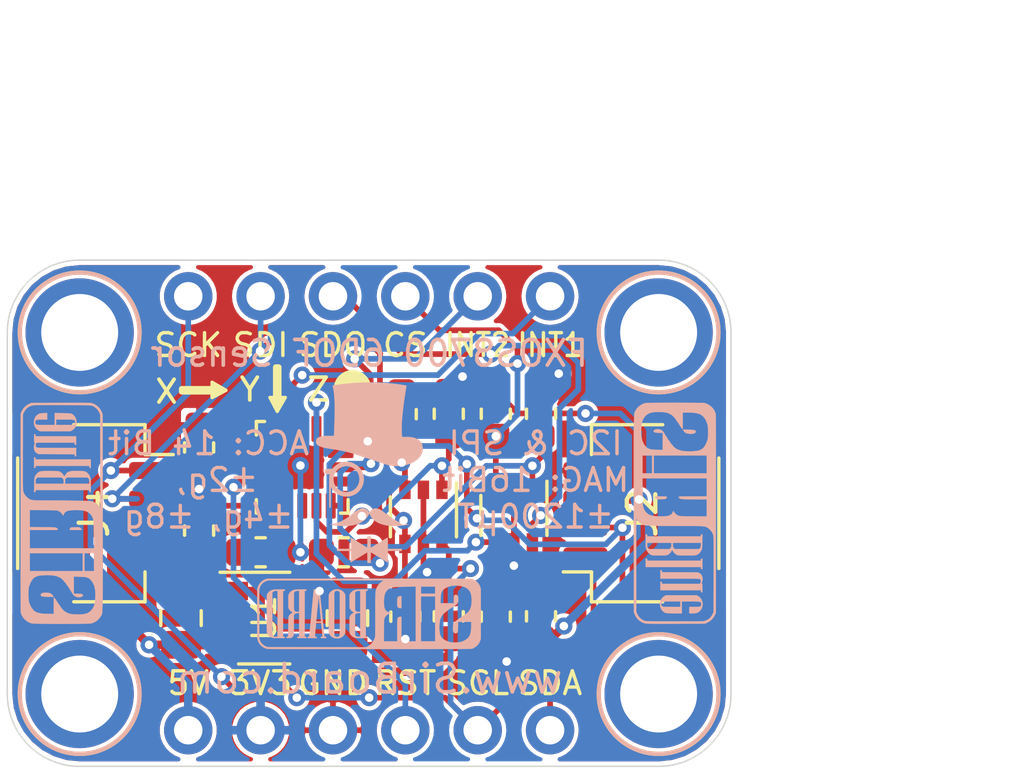
<source format=kicad_pcb>
(kicad_pcb (version 20171130) (host pcbnew "(5.1.2)-2")
  (title_block (title "FXOS8700 Breakout with 5V Level Shift") (date 2020-01-21) (rev 2) (company SirBoard) (comment 1 "1.563 Hz to 800 Hz Data Rates") (comment 2 "Accelerometer: ±2g, ±4g, ±8g; Magnetometer: ±1200μT") (comment 3 "Digital 14Bit Accelerometer and 16 Bit Magnetometer with I2C and SPI") (comment 4 "FXOS8700 - SirBlue"))
  (layers (0 F.Cu signal) (31 B.Cu signal) (34 B.Paste user hide) (35 F.Paste user hide) (36 B.SilkS user) (37 F.SilkS user) (38 B.Mask user hide) (39 F.Mask user hide) (44 Edge.Cuts user))
  (net 0 "")
  (net 1 GND)
  (net 2 5V)
  (net 3 3V3)
  (net 4 "Net-(U1-Pad4)")
  (net 5 INT1)
  (net 6 SCL_5V)
  (net 7 SDA_3V3)
  (net 8 SDA_5V)
  (net 9 SCL_3V3)
  (net 10 CS_5V)
  (net 11 CS_3V3)
  (net 12 SDO_5V)
  (net 13 SDO_3V3)
  (net 14 "Net-(C2-Pad1)")
  (net 15 "Net-(C5-Pad1)")
  (net 16 RST)
  (net 17 INT2)
  (net 18 "Net-(U2-Pad15)")
  (net 19 "Net-(U2-Pad3)")
  (module Package_TO_SOT_SMD:SOT-363_SC-70-6 (layer F.Cu) (at 67.183 36.0934 270)
    (fp_text reference Q2 hide)
    (fp_text value BSS138DW)
    (pad 6 smd rect (at 0.95 -0.65 270) (size 0.65 0.4) (layers F.Cu F.Paste F.Mask) (net 6 SCL_5V))
    (pad 4 smd rect (at 0.95 0.65 270) (size 0.65 0.4) (layers F.Cu F.Paste F.Mask) (net 7 SDA_3V3))
    (pad 2 smd rect (at -0.95 0 270) (size 0.65 0.4) (layers F.Cu F.Paste F.Mask) (net 3 3V3))
    (pad 5 smd rect (at 0.95 0 270) (size 0.65 0.4) (layers F.Cu F.Paste F.Mask) (net 3 3V3))
    (pad 3 smd rect (at -0.95 0.65 270) (size 0.65 0.4) (layers F.Cu F.Paste F.Mask) (net 8 SDA_5V))
    (pad 1 smd rect (at -0.95 -0.65 270) (size 0.65 0.4) (layers F.Cu F.Paste F.Mask) (net 9 SCL_3V3))
  )
  (module SirBoardLibrary:QFN-COL-16-P=0.5 (layer F.Cu) (at 62.9285 34.3535 90)
    (fp_text reference U2 hide)
    (fp_text value FXOS8700)
    (pad 16 smd roundrect (at -0.5 -1.35 90) (size 0.35 0.9) (layers F.Cu F.Paste F.Mask) (roundrect_rratio 0.15) (net 16 RST))
    (pad 15 smd roundrect (at 0 -1.35 90) (size 0.35 0.9) (layers F.Cu F.Paste F.Mask) (roundrect_rratio 0.15) (net 18 "Net-(U2-Pad15)"))
    (pad 14 smd roundrect (at 0.5 -1.35 90) (size 0.35 0.9) (layers F.Cu F.Paste F.Mask) (roundrect_rratio 0.15) (net 3 3V3))
    (pad 13 smd roundrect (at 1.35 -1) (size 0.35 0.9) (layers F.Cu F.Paste F.Mask) (roundrect_rratio 0.15) (net 1 GND))
    (pad 12 smd roundrect (at 1.35 -0.5) (size 0.35 0.9) (layers F.Cu F.Paste F.Mask) (roundrect_rratio 0.15) (net 1 GND))
    (pad 11 smd roundrect (at 1.35 0) (size 0.35 0.9) (layers F.Cu F.Paste F.Mask) (roundrect_rratio 0.15) (net 5 INT1))
    (pad 10 smd roundrect (at 1.35 0.5) (size 0.35 0.9) (layers F.Cu F.Paste F.Mask) (roundrect_rratio 0.15) (net 11 CS_3V3))
    (pad 9 smd roundrect (at 1.35 1) (size 0.35 0.9) (layers F.Cu F.Paste F.Mask) (roundrect_rratio 0.15) (net 17 INT2))
    (pad 8 smd roundrect (at 0.5 1.35 270) (size 0.35 0.9) (layers F.Cu F.Paste F.Mask) (roundrect_rratio 0.15) (net 15 "Net-(C5-Pad1)"))
    (pad 7 smd roundrect (at 0 1.35 270) (size 0.35 0.9) (layers F.Cu F.Paste F.Mask) (roundrect_rratio 0.15) (net 13 SDO_3V3))
    (pad 6 smd roundrect (at -0.5 1.35 270) (size 0.35 0.9) (layers F.Cu F.Paste F.Mask) (roundrect_rratio 0.15) (net 7 SDA_3V3))
    (pad 5 smd roundrect (at -1.35 1 180) (size 0.35 0.9) (layers F.Cu F.Paste F.Mask) (roundrect_rratio 0.15) (net 1 GND))
    (pad 4 smd roundrect (at -1.35 0.5 180) (size 0.35 0.9) (layers F.Cu F.Paste F.Mask) (roundrect_rratio 0.15) (net 9 SCL_3V3))
    (pad 3 smd roundrect (at -1.35 0 180) (size 0.35 0.9) (layers F.Cu F.Paste F.Mask) (roundrect_rratio 0.15) (net 19 "Net-(U2-Pad3)"))
    (pad 2 smd roundrect (at -1.35 -0.5 180) (size 0.35 0.9) (layers F.Cu F.Paste F.Mask) (roundrect_rratio 0.15) (net 14 "Net-(C2-Pad1)"))
    (pad 1 smd roundrect (at -1.35 -1 180) (size 0.35 0.9) (layers F.Cu F.Paste F.Mask) (roundrect_rratio 0.15) (net 3 3V3))
  )
  (module Capacitor_SMD:C_0603_1608Metric (layer F.Cu) (at 59.309 33.655 90)
    (fp_text reference C6 hide)
    (fp_text value 100nF)
    (pad 2 smd roundrect (at 0.7875 0 90) (size 0.875 0.95) (layers F.Cu F.Paste F.Mask) (net 1 GND))
    (pad 1 smd roundrect (at -0.7875 0 90) (size 0.875 0.95) (layers F.Cu F.Paste F.Mask) (net 3 3V3))
  )
  (module Capacitor_SMD:C_0603_1608Metric (layer F.Cu) (at 64.389 37.338 180)
    (fp_text reference C5 hide)
    (fp_text value 100nF)
    (pad 2 smd roundrect (at 0.7875 0 180) (size 0.875 0.95) (layers F.Cu F.Paste F.Mask) (net 1 GND))
    (pad 1 smd roundrect (at -0.7875 0 180) (size 0.875 0.95) (layers F.Cu F.Paste F.Mask) (net 15 "Net-(C5-Pad1)"))
  )
  (module Capacitor_SMD:C_0603_1608Metric (layer F.Cu) (at 59.309 36.576 270)
    (fp_text reference C3 hide)
    (fp_text value 100nF)
    (pad 2 smd roundrect (at 0.7875 0 270) (size 0.875 0.95) (layers F.Cu F.Paste F.Mask) (net 1 GND))
    (pad 1 smd roundrect (at -0.7875 0 270) (size 0.875 0.95) (layers F.Cu F.Paste F.Mask) (net 3 3V3))
  )
  (module Capacitor_SMD:C_0603_1608Metric (layer F.Cu) (at 61.468 37.338)
    (fp_text reference C2 hide)
    (fp_text value 100nF)
    (pad 2 smd roundrect (at 0.7875 0) (size 0.875 0.95) (layers F.Cu F.Paste F.Mask) (net 1 GND))
    (pad 1 smd roundrect (at -0.7875 0) (size 0.875 0.95) (layers F.Cu F.Paste F.Mask) (net 14 "Net-(C2-Pad1)"))
  )
  (module logo:SirBoard79x25 (layer B.Cu) (at 65.278 39.497 180)
    (fp_text reference G*** hide)
    (fp_text value LOGO hide)
  )
  (module logo:logo63x89 (layer B.Cu) (at 65.278 34.544 180)
    (fp_text reference G*** hide)
    (fp_text value LOGO hide)
  )
  (module logo:SirBlue78x29 (layer B.Cu) (at 76.0095 35.9664 270)
    (fp_text reference G*** hide)
    (fp_text value LOGO hide)
  )
  (module logo:SirBlue78x29 (layer B.Cu) (at 54.483 35.9664 90)
    (fp_text reference G*** hide)
    (fp_text value LOGO hide)
  )
  (module Connector_PinHeader_2.54mm:PinHeader_1x06_P2.54mm_Vertical (layer B.Cu) (at 58.928 28.3464 270)
    (fp_text reference J3 hide)
    (fp_text value Conn_01x06)
    (pad 6 thru_hole oval (at 0 -12.7 270) (size 1.7 1.7) (drill 1) (layers *.Cu *.Mask) (net 5 INT1))
    (pad 5 thru_hole oval (at 0 -10.16 270) (size 1.7 1.7) (drill 1) (layers *.Cu *.Mask) (net 17 INT2))
    (pad 4 thru_hole oval (at 0 -7.62 270) (size 1.7 1.7) (drill 1) (layers *.Cu *.Mask) (net 10 CS_5V))
    (pad 3 thru_hole oval (at 0 -5.08 270) (size 1.7 1.7) (drill 1) (layers *.Cu *.Mask) (net 12 SDO_5V))
    (pad 2 thru_hole oval (at 0 -2.54 270) (size 1.7 1.7) (drill 1) (layers *.Cu *.Mask) (net 8 SDA_5V))
    (pad 1 thru_hole circle (at 0 0 270) (size 1.7 1.7) (drill 1) (layers *.Cu *.Mask) (net 6 SCL_5V))
  )
  (module Connector_PinHeader_2.54mm:PinHeader_1x06_P2.54mm_Vertical (layer B.Cu) (at 58.928 43.5864 270)
    (fp_text reference J1 hide)
    (fp_text value Conn_01x06)
    (pad 6 thru_hole oval (at 0 -12.7 270) (size 1.7 1.7) (drill 1) (layers *.Cu *.Mask) (net 8 SDA_5V))
    (pad 5 thru_hole oval (at 0 -10.16 270) (size 1.7 1.7) (drill 1) (layers *.Cu *.Mask) (net 6 SCL_5V))
    (pad 4 thru_hole oval (at 0 -7.62 270) (size 1.7 1.7) (drill 1) (layers *.Cu *.Mask) (net 16 RST))
    (pad 3 thru_hole oval (at 0 -5.08 270) (size 1.7 1.7) (drill 1) (layers *.Cu *.Mask) (net 1 GND))
    (pad 2 thru_hole oval (at 0 -2.54 270) (size 1.7 1.7) (drill 1) (layers *.Cu *.Mask) (net 3 3V3))
    (pad 1 thru_hole circle (at 0 0 270) (size 1.7 1.7) (drill 1) (layers *.Cu *.Mask) (net 2 5V))
  )
  (module Package_TO_SOT_SMD:SOT-23-5 (layer F.Cu) (at 61.595 39.6494)
    (fp_text reference U1 (at 0 0 90) (layer F.SilkS) (effects (font (size 0.8 0.8) (thickness 0.12))))
    (fp_text value AP2127K-3.3)
    (pad 1 smd rect (at -1.1 -0.95) (size 1.06 0.65) (layers F.Cu F.Paste F.Mask) (net 2 5V))
    (pad 2 smd rect (at -1.1 0) (size 1.06 0.65) (layers F.Cu F.Paste F.Mask) (net 1 GND))
    (pad 3 smd rect (at -1.1 0.95) (size 1.06 0.65) (layers F.Cu F.Paste F.Mask) (net 2 5V))
    (pad 4 smd rect (at 1.1 0.95) (size 1.06 0.65) (layers F.Cu F.Paste F.Mask) (net 4 "Net-(U1-Pad4)"))
    (pad 5 smd rect (at 1.1 -0.95) (size 1.06 0.65) (layers F.Cu F.Paste F.Mask) (net 3 3V3))
  )
  (module Connector_JST:JST_SH_SM04B-SRSS-TB_1x04-1MP_P1.00mm_Horizontal (layer F.Cu) (at 55.626 35.9664 270)
    (fp_text reference J4 (at 0 0 270) (layer F.SilkS))
    (fp_text value Conn_01x04)
    (pad MP smd roundrect (at 2.8 1.875 270) (size 1.2 1.8) (layers F.Cu F.Paste F.Mask) (roundrect_rratio 0.208333))
    (pad MP smd roundrect (at -2.8 1.875 270) (size 1.2 1.8) (layers F.Cu F.Paste F.Mask) (roundrect_rratio 0.208333))
    (pad 4 smd roundrect (at 1.5 -2 270) (size 0.6 1.55) (layers F.Cu F.Paste F.Mask) (net 1 GND))
    (pad 3 smd roundrect (at 0.5 -2 270) (size 0.6 1.55) (layers F.Cu F.Paste F.Mask) (net 2 5V))
    (pad 2 smd roundrect (at -0.5 -2 270) (size 0.6 1.55) (layers F.Cu F.Paste F.Mask) (net 8 SDA_5V))
    (pad 1 smd roundrect (at -1.5 -2 270) (size 0.6 1.55) (layers F.Cu F.Paste F.Mask) (net 6 SCL_5V))
  )
  (module Connector_JST:JST_SH_SM04B-SRSS-TB_1x04-1MP_P1.00mm_Horizontal (layer F.Cu) (at 74.8665 35.9664 90)
    (fp_text reference J2 (at 0 0 90) (layer F.SilkS))
    (fp_text value Conn_01x04)
    (pad MP smd roundrect (at 2.8 1.875 90) (size 1.2 1.8) (layers F.Cu F.Paste F.Mask) (roundrect_rratio 0.208333))
    (pad MP smd roundrect (at -2.8 1.875 90) (size 1.2 1.8) (layers F.Cu F.Paste F.Mask) (roundrect_rratio 0.208333))
    (pad 4 smd roundrect (at 1.5 -2 90) (size 0.6 1.55) (layers F.Cu F.Paste F.Mask) (net 1 GND))
    (pad 3 smd roundrect (at 0.5 -2 90) (size 0.6 1.55) (layers F.Cu F.Paste F.Mask) (net 2 5V))
    (pad 2 smd roundrect (at -0.5 -2 90) (size 0.6 1.55) (layers F.Cu F.Paste F.Mask) (net 8 SDA_5V))
    (pad 1 smd roundrect (at -1.5 -2 90) (size 0.6 1.55) (layers F.Cu F.Paste F.Mask) (net 6 SCL_5V))
  )
  (module Capacitor_SMD:C_0805_2012Metric (layer F.Cu) (at 64.516 39.6494 270)
    (fp_text reference C4 hide)
    (fp_text value 10uF)
    (pad 1 smd roundrect (at -0.9375 0 270) (size 0.975 1.4) (layers F.Cu F.Paste F.Mask) (net 3 3V3))
    (pad 2 smd roundrect (at 0.9375 0 270) (size 0.975 1.4) (layers F.Cu F.Paste F.Mask) (net 1 GND))
  )
  (module Capacitor_SMD:C_0805_2012Metric (layer F.Cu) (at 58.674 39.6494 90)
    (fp_text reference C1 hide)
    (fp_text value 10uF)
    (pad 1 smd roundrect (at -0.9375 0 90) (size 0.975 1.4) (layers F.Cu F.Paste F.Mask) (net 2 5V))
    (pad 2 smd roundrect (at 0.9375 0 90) (size 0.975 1.4) (layers F.Cu F.Paste F.Mask) (net 1 GND))
  )
  (module SirBoardLibrary:MountingHole_M2.5_SirBoard (layer F.Cu) (at 55.118 42.3164 270)
    (fp_text reference H1 hide)
    (fp_text value MountingHole)
    (pad 1 thru_hole circle (at 0 0 270) (size 3.8 3.8) (drill 2.7) (layers *.Cu *.Mask))
  )
  (module SirBoardLibrary:MountingHole_M2.5_SirBoard (layer F.Cu) (at 55.118 29.6164 270)
    (fp_text reference H2 hide)
    (fp_text value MountingHole)
    (pad 1 thru_hole circle (at 0 0 270) (size 3.8 3.8) (drill 2.7) (layers *.Cu *.Mask))
  )
  (module SirBoardLibrary:MountingHole_M2.5_SirBoard (layer F.Cu) (at 75.438 42.3164 90)
    (fp_text reference H3 hide)
    (fp_text value MountingHole)
    (pad 1 thru_hole circle (at 0 0 90) (size 3.8 3.8) (drill 2.7) (layers *.Cu *.Mask))
  )
  (module SirBoardLibrary:MountingHole_M2.5_SirBoard (layer F.Cu) (at 75.438 29.6164 90)
    (fp_text reference H4 hide)
    (fp_text value MountingHole)
    (pad 1 thru_hole circle (at 0 0 90) (size 3.8 3.8) (drill 2.7) (layers *.Cu *.Mask))
  )
  (module Resistor_SMD:R_0603_1608Metric (layer F.Cu) (at 66.421 32.4866 270)
    (fp_text reference R8 hide)
    (fp_text value 10K)
    (pad 2 smd roundrect (at 0.7875 0 270) (size 0.875 0.95) (layers F.Cu F.Paste F.Mask) (net 8 SDA_5V))
    (pad 1 smd roundrect (at -0.7875 0 270) (size 0.875 0.95) (layers F.Cu F.Paste F.Mask) (net 2 5V))
  )
  (module Resistor_SMD:R_0603_1608Metric (layer F.Cu) (at 66.548 39.5986 270)
    (fp_text reference R7 hide)
    (fp_text value 10K)
    (pad 2 smd roundrect (at 0.7875 0 270) (size 0.875 0.95) (layers F.Cu F.Paste F.Mask) (net 3 3V3))
    (pad 1 smd roundrect (at -0.7875 0 270) (size 0.875 0.95) (layers F.Cu F.Paste F.Mask) (net 7 SDA_3V3))
  )
  (module Resistor_SMD:R_0603_1608Metric (layer F.Cu) (at 68.072 39.5859 90)
    (fp_text reference R6 hide)
    (fp_text value 10K)
    (pad 2 smd roundrect (at 0.7875 0 90) (size 0.875 0.95) (layers F.Cu F.Paste F.Mask) (net 6 SCL_5V))
    (pad 1 smd roundrect (at -0.7875 0 90) (size 0.875 0.95) (layers F.Cu F.Paste F.Mask) (net 2 5V))
  )
  (module Resistor_SMD:R_0603_1608Metric (layer F.Cu) (at 68.072 32.4739 90)
    (fp_text reference R5 hide)
    (fp_text value 10K)
    (pad 2 smd roundrect (at 0.7875 0 90) (size 0.875 0.95) (layers F.Cu F.Paste F.Mask) (net 3 3V3))
    (pad 1 smd roundrect (at -0.7875 0 90) (size 0.875 0.95) (layers F.Cu F.Paste F.Mask) (net 9 SCL_3V3))
  )
  (module Resistor_SMD:R_0603_1608Metric (layer F.Cu) (at 69.723 32.4739 270)
    (fp_text reference R4 hide)
    (fp_text value 10K)
    (pad 2 smd roundrect (at 0.7875 0 270) (size 0.875 0.95) (layers F.Cu F.Paste F.Mask) (net 10 CS_5V))
    (pad 1 smd roundrect (at -0.7875 0 270) (size 0.875 0.95) (layers F.Cu F.Paste F.Mask) (net 2 5V))
  )
  (module Resistor_SMD:R_0603_1608Metric (layer F.Cu) (at 69.723 39.5986 270)
    (fp_text reference R3 hide)
    (fp_text value 10K)
    (pad 2 smd roundrect (at 0.7875 0 270) (size 0.875 0.95) (layers F.Cu F.Paste F.Mask) (net 3 3V3))
    (pad 1 smd roundrect (at -0.7875 0 270) (size 0.875 0.95) (layers F.Cu F.Paste F.Mask) (net 11 CS_3V3))
  )
  (module Resistor_SMD:R_0603_1608Metric (layer F.Cu) (at 71.3105 39.5859 90)
    (fp_text reference R2 hide)
    (fp_text value 10K)
    (pad 2 smd roundrect (at 0.7875 0 90) (size 0.875 0.95) (layers F.Cu F.Paste F.Mask) (net 12 SDO_5V))
    (pad 1 smd roundrect (at -0.7875 0 90) (size 0.875 0.95) (layers F.Cu F.Paste F.Mask) (net 2 5V))
  )
  (module Resistor_SMD:R_0603_1608Metric (layer F.Cu) (at 71.3105 32.4739 90)
    (fp_text reference R1 hide)
    (fp_text value 10K)
    (pad 2 smd roundrect (at 0.7875 0 90) (size 0.875 0.95) (layers F.Cu F.Paste F.Mask) (net 3 3V3))
    (pad 1 smd roundrect (at -0.7875 0 90) (size 0.875 0.95) (layers F.Cu F.Paste F.Mask) (net 13 SDO_3V3))
  )
  (module Package_TO_SOT_SMD:SOT-363_SC-70-6 (layer F.Cu) (at 70.358 36.0426 270)
    (fp_text reference Q1 hide)
    (fp_text value BSS138DW)
    (pad 6 smd rect (at 0.95 -0.65 270) (size 0.65 0.4) (layers F.Cu F.Paste F.Mask) (net 12 SDO_5V))
    (pad 4 smd rect (at 0.95 0.65 270) (size 0.65 0.4) (layers F.Cu F.Paste F.Mask) (net 11 CS_3V3))
    (pad 2 smd rect (at -0.95 0 270) (size 0.65 0.4) (layers F.Cu F.Paste F.Mask) (net 3 3V3))
    (pad 5 smd rect (at 0.95 0 270) (size 0.65 0.4) (layers F.Cu F.Paste F.Mask) (net 3 3V3))
    (pad 3 smd rect (at -0.95 0.65 270) (size 0.65 0.4) (layers F.Cu F.Paste F.Mask) (net 10 CS_5V))
    (pad 1 smd rect (at -0.95 -0.65 270) (size 0.65 0.4) (layers F.Cu F.Paste F.Mask) (net 13 SDO_3V3))
  )
  (gr_line (start 62.0522 32.385) (end 61.7982 31.9024) (layer F.SilkS) (width 0.12))
  (gr_line (start 62.0522 30.8356) (end 62.0522 32.2072) (layer F.SilkS) (width 0.2))
  (gr_line (start 62.3316 31.9024) (end 61.7982 31.9024) (layer F.SilkS) (width 0.12))
  (gr_line (start 62.0522 32.385) (end 62.3316 31.9024) (layer F.SilkS) (width 0.12))
  (gr_line (start 62.0014 30.8356) (end 62.0014 32.2072) (layer F.SilkS) (width 0.2))
  (gr_line (start 62.103 30.8356) (end 62.103 32.2072) (layer F.SilkS) (width 0.2))
  (gr_line (start 62.2554 31.9786) (end 61.8744 31.9786) (layer F.SilkS) (width 0.12))
  (gr_line (start 60.2488 31.6484) (end 59.7662 31.9024) (layer F.SilkS) (width 0.12))
  (gr_line (start 58.6994 31.6484) (end 60.071 31.6484) (layer F.SilkS) (width 0.2))
  (gr_line (start 59.7662 31.369) (end 59.7662 31.9024) (layer F.SilkS) (width 0.12))
  (gr_line (start 60.2488 31.6484) (end 59.7662 31.369) (layer F.SilkS) (width 0.12))
  (gr_line (start 58.6994 31.6992) (end 60.071 31.6992) (layer F.SilkS) (width 0.2))
  (gr_line (start 58.6994 31.5976) (end 60.071 31.5976) (layer F.SilkS) (width 0.2))
  (gr_line (start 59.8424 31.4452) (end 59.8424 31.8262) (layer F.SilkS) (width 0.12))
  (gr_text Y (at 61.087 31.623) (layer F.SilkS) (effects (font (size 0.8 0.8) (thickness 0.13))))
  (gr_text Z (at 63.5 31.623) (layer F.SilkS) (effects (font (size 0.8 0.8) (thickness 0.13))))
  (gr_text X (at 58.166 31.623 180) (layer F.SilkS) (effects (font (size 0.8 0.8) (thickness 0.13))))
  (gr_circle (center 64.6938 31.5976) (end 64.5938 31.5976) (layer F.SilkS) (width 0.4))
  (gr_circle (center 64.6938 31.5976) (end 64.135 31.5976) (layer F.SilkS) (width 0.2))
  (gr_text "I2C & SPI\nMAG: 16Bit\n±1200μT" (at 71.12 34.798) (layer B.SilkS) (effects (font (size 0.8 0.8) (thickness 0.12)) (justify mirror)))
  (gr_text INT1 (at 71.628 30.0609) (layer F.SilkS) (effects (font (size 0.8 0.7) (thickness 0.12))))
  (gr_text INT2 (at 69.088 30.0609) (layer F.SilkS) (effects (font (size 0.8 0.7) (thickness 0.12))))
  (gr_text SCK (at 58.928 30.0609) (layer F.SilkS) (effects (font (size 0.8 0.8) (thickness 0.12))))
  (gr_text SDI (at 61.468 30.0609) (layer F.SilkS) (effects (font (size 0.8 0.8) (thickness 0.12))))
  (gr_text SDO (at 64.008 30.0609) (layer F.SilkS) (effects (font (size 0.8 0.8) (thickness 0.12))))
  (gr_text CS (at 66.548 30.0609) (layer F.SilkS) (effects (font (size 0.8 0.8) (thickness 0.12))))
  (gr_text 5V (at 58.928 41.9354) (layer F.SilkS) (effects (font (size 0.8 0.8) (thickness 0.12))))
  (gr_text 3V3 (at 61.468 41.9354) (layer F.SilkS) (effects (font (size 0.8 0.8) (thickness 0.12))))
  (gr_text GND (at 64.008 41.9354) (layer F.SilkS) (effects (font (size 0.8 0.8) (thickness 0.12))))
  (gr_text RST (at 66.548 41.9354) (layer F.SilkS) (effects (font (size 0.8 0.8) (thickness 0.12))))
  (gr_text SCL (at 69.088 41.9354) (layer F.SilkS) (effects (font (size 0.8 0.8) (thickness 0.12))))
  (gr_text SDA (at 71.628 41.9354) (layer F.SilkS) (effects (font (size 0.8 0.8) (thickness 0.12))))
  (gr_arc (start 55.118 29.6164) (end 55.118 27.0764) (angle -90) (layer Edge.Cuts) (width 0.05))
  (gr_arc (start 75.438 29.6164) (end 77.978 29.6164) (angle -90) (layer Edge.Cuts) (width 0.05))
  (gr_arc (start 75.438 42.3164) (end 75.438 44.8564) (angle -90) (layer Edge.Cuts) (width 0.05))
  (gr_arc (start 55.118 42.3164) (end 52.578 42.3164) (angle -90) (layer Edge.Cuts) (width 0.05))
  (gr_line (start 52.578 42.3164) (end 52.578 29.6164) (layer Edge.Cuts) (width 0.05))
  (gr_line (start 55.118 27.0764) (end 75.438 27.0764) (layer Edge.Cuts) (width 0.05))
  (gr_line (start 77.978 29.6164) (end 77.978 42.3164) (layer Edge.Cuts) (width 0.05))
  (gr_line (start 75.438 44.8564) (end 55.118 44.8564) (layer Edge.Cuts) (width 0.05))
  (gr_text "FXOS8700 6DOF Sensor" (at 65.278 30.353) (layer B.SilkS) (effects (font (size 0.9 0.85) (thickness 0.13)) (justify mirror)))
  (gr_text "ACC: 14 Bit\n±2g, \n±4g, ±8g\n" (at 59.6392 34.798) (layer B.SilkS) (effects (font (size 0.8 0.8) (thickness 0.12)) (justify mirror)))
  (gr_text www.SirBoard.com (at 65.278 41.783) (layer B.SilkS) (effects (font (size 1 1) (thickness 0.13)) (justify mirror)))
  (segment (start 58.674 38.7119) (end 58.674 38.481) (width 0.2) (layer F.Cu) (net 1))
  (segment (start 62.4285 33.0035) (end 61.9285 33.0035) (width 0.2) (layer F.Cu) (net 1))
  (segment (start 59.309 37.846) (end 59.309 37.3635) (width 0.2) (layer F.Cu) (net 1))
  (segment (start 58.674 38.481) (end 59.309 37.846) (width 0.2) (layer F.Cu) (net 1))
  (via (at 62.865 34.29) (size 0.6) (drill 0.3) (layers F.Cu B.Cu) (net 1))
  (segment (start 62.4285 33.0035) (end 62.4285 33.8535) (width 0.2) (layer F.Cu) (net 1))
  (segment (start 62.4285 33.8535) (end 62.865 34.29) (width 0.2) (layer F.Cu) (net 1))
  (via (at 62.865 37.338) (size 0.6) (drill 0.3) (layers F.Cu B.Cu) (net 1))
  (segment (start 62.865 34.29) (end 62.865 37.338) (width 0.2) (layer B.Cu) (net 1))
  (segment (start 62.865 37.338) (end 63.6015 37.338) (width 0.2) (layer F.Cu) (net 1))
  (segment (start 62.865 37.338) (end 62.2555 37.338) (width 0.2) (layer F.Cu) (net 1))
  (segment (start 58.6865 40.5994) (end 58.674 40.5869) (width 0.3) (layer F.Cu) (net 2))
  (segment (start 60.495 40.5994) (end 58.6865 40.5994) (width 0.3) (layer F.Cu) (net 2))
  (segment (start 61.2165 40.5994) (end 60.495 40.5994) (width 0.3) (layer F.Cu) (net 2))
  (segment (start 61.468 40.3479) (end 61.2165 40.5994) (width 0.3) (layer F.Cu) (net 2))
  (segment (start 60.495 38.6994) (end 61.2165 38.6994) (width 0.3) (layer F.Cu) (net 2))
  (segment (start 61.2165 38.6994) (end 61.468 38.9509) (width 0.3) (layer F.Cu) (net 2))
  (segment (start 70.848888 39.911788) (end 71.3105 40.3734) (width 0.2) (layer F.Cu) (net 2))
  (segment (start 70.523 39.5859) (end 70.848888 39.911788) (width 0.2) (layer F.Cu) (net 2))
  (segment (start 68.072 40.3734) (end 68.8595 39.5859) (width 0.2) (layer F.Cu) (net 2))
  (segment (start 68.8595 39.5859) (end 70.523 39.5859) (width 0.2) (layer F.Cu) (net 2))
  (segment (start 69.261388 32.148012) (end 69.723 31.6864) (width 0.2) (layer F.Cu) (net 2))
  (segment (start 68.9355 32.4739) (end 69.261388 32.148012) (width 0.2) (layer F.Cu) (net 2))
  (segment (start 66.421 31.6991) (end 67.1958 32.4739) (width 0.2) (layer F.Cu) (net 2))
  (segment (start 67.1958 32.4739) (end 68.9355 32.4739) (width 0.2) (layer F.Cu) (net 2))
  (via (at 72.1106 39.9288) (size 0.6) (drill 0.3) (layers F.Cu B.Cu) (net 2))
  (segment (start 71.3105 40.3734) (end 71.666 40.3734) (width 0.3) (layer F.Cu) (net 2))
  (segment (start 71.666 40.3734) (end 72.1106 39.9288) (width 0.3) (layer F.Cu) (net 2))
  (segment (start 72.1106 39.9288) (end 75.1078 36.9316) (width 0.3) (layer B.Cu) (net 2))
  (via (at 74.7522 35.4838) (size 0.6) (drill 0.3) (layers F.Cu B.Cu) (net 2))
  (segment (start 75.1078 36.9316) (end 75.1078 35.8394) (width 0.3) (layer B.Cu) (net 2))
  (segment (start 75.1078 35.8394) (end 74.7522 35.4838) (width 0.3) (layer B.Cu) (net 2))
  (segment (start 72.8839 35.4838) (end 72.8665 35.4664) (width 0.3) (layer F.Cu) (net 2))
  (segment (start 74.7522 35.4838) (end 72.8839 35.4838) (width 0.3) (layer F.Cu) (net 2))
  (segment (start 70.4978 32.4612) (end 72.8726 32.4612) (width 0.2) (layer F.Cu) (net 2))
  (segment (start 69.723 31.6864) (end 70.4978 32.4612) (width 0.2) (layer F.Cu) (net 2))
  (via (at 72.8726 32.4612) (size 0.6) (drill 0.3) (layers F.Cu B.Cu) (net 2))
  (segment (start 74.7522 33.1216) (end 74.7522 35.4838) (width 0.2) (layer B.Cu) (net 2))
  (segment (start 72.8726 32.4612) (end 74.0918 32.4612) (width 0.2) (layer B.Cu) (net 2))
  (segment (start 74.0918 32.4612) (end 74.7522 33.1216) (width 0.2) (layer B.Cu) (net 2))
  (segment (start 57.5541 40.5869) (end 58.674 40.5869) (width 0.3) (layer F.Cu) (net 2))
  (segment (start 55.7784 38.8112) (end 57.5541 40.5869) (width 0.3) (layer F.Cu) (net 2))
  (segment (start 55.7784 37.0586) (end 55.7784 38.8112) (width 0.3) (layer F.Cu) (net 2))
  (segment (start 57.626 36.4664) (end 56.3706 36.4664) (width 0.3) (layer F.Cu) (net 2))
  (segment (start 56.3706 36.4664) (end 55.7784 37.0586) (width 0.3) (layer F.Cu) (net 2))
  (segment (start 61.468 38.9509) (end 61.468 39.624) (width 0.3) (layer F.Cu) (net 2))
  (segment (start 61.468 39.624) (end 61.468 40.3479) (width 0.3) (layer F.Cu) (net 2))
  (segment (start 57.5541 40.5869) (end 57.5541 40.5869) (width 0.3) (layer F.Cu) (net 2))
  (via (at 57.5541 40.5869) (size 0.6) (drill 0.3) (layers F.Cu B.Cu) (net 2))
  (segment (start 58.928 41.9608) (end 58.928 43.5864) (width 0.3) (layer B.Cu) (net 2))
  (segment (start 57.5541 40.5869) (end 58.928 41.9608) (width 0.3) (layer B.Cu) (net 2))
  (segment (start 61.2165 41.087) (end 61.6585 41.529) (width 0.3) (layer F.Cu) (net 2))
  (segment (start 68.072 40.9109) (end 68.072 40.3734) (width 0.3) (layer F.Cu) (net 2))
  (segment (start 61.2165 40.5994) (end 61.2165 41.087) (width 0.3) (layer F.Cu) (net 2))
  (segment (start 61.6585 41.529) (end 67.4539 41.529) (width 0.3) (layer F.Cu) (net 2))
  (segment (start 67.4539 41.529) (end 68.072 40.9109) (width 0.3) (layer F.Cu) (net 2))
  (segment (start 64.5035 38.6994) (end 64.516 38.7119) (width 0.3) (layer F.Cu) (net 3))
  (segment (start 62.695 38.6994) (end 63.5356 38.6994) (width 0.3) (layer F.Cu) (net 3))
  (segment (start 63.561 38.6994) (end 64.5035 38.6994) (width 0.3) (layer F.Cu) (net 3))
  (segment (start 66.1902 40.3861) (end 66.548 40.3861) (width 0.2) (layer F.Cu) (net 3))
  (segment (start 67.183 37.0434) (end 67.183 35.1434) (width 0.2) (layer F.Cu) (net 3))
  (segment (start 70.358 35.0926) (end 70.358 36.9926) (width 0.2) (layer F.Cu) (net 3))
  (via (at 67.31 38.0365) (size 0.6) (drill 0.3) (layers F.Cu B.Cu) (net 3))
  (via (at 70.358 37.8079) (size 0.6) (drill 0.3) (layers F.Cu B.Cu) (net 3))
  (segment (start 70.358 36.9926) (end 70.358 37.8079) (width 0.2) (layer F.Cu) (net 3))
  (via (at 70.104 41.1734) (size 0.6) (drill 0.3) (layers F.Cu B.Cu) (net 3))
  (segment (start 69.723 40.3861) (end 69.723 40.7924) (width 0.2) (layer F.Cu) (net 3))
  (segment (start 69.723 40.7924) (end 70.104 41.1734) (width 0.2) (layer F.Cu) (net 3))
  (via (at 71.9328 31.0642) (size 0.6) (drill 0.3) (layers F.Cu B.Cu) (net 3))
  (segment (start 71.3105 31.6864) (end 71.3106 31.6864) (width 0.3) (layer F.Cu) (net 3))
  (segment (start 71.3106 31.6864) (end 71.9328 31.0642) (width 0.3) (layer F.Cu) (net 3))
  (via (at 68.5546 31.1658) (size 0.6) (drill 0.3) (layers F.Cu B.Cu) (net 3))
  (segment (start 68.072 31.6864) (end 68.072 31.6484) (width 0.3) (layer F.Cu) (net 3))
  (segment (start 68.072 31.6484) (end 68.5546 31.1658) (width 0.3) (layer F.Cu) (net 3))
  (via (at 68.5546 31.1658) (size 0.6) (drill 0.3) (layers F.Cu B.Cu) (net 3))
  (segment (start 63.5356 38.6994) (end 63.561 38.6994) (width 0.3) (layer F.Cu) (net 3))
  (via (at 63.5356 38.6994) (size 0.6) (drill 0.3) (layers F.Cu B.Cu) (net 3))
  (segment (start 59.309 34.4425) (end 60.1725 34.4425) (width 0.2) (layer F.Cu) (net 3))
  (segment (start 60.7615 33.8535) (end 61.5785 33.8535) (width 0.2) (layer F.Cu) (net 3))
  (segment (start 60.1725 34.4425) (end 60.7615 33.8535) (width 0.2) (layer F.Cu) (net 3))
  (segment (start 59.309 34.4425) (end 59.309 35.1155) (width 0.2) (layer F.Cu) (net 3))
  (segment (start 59.394 35.7035) (end 59.309 35.7885) (width 0.2) (layer F.Cu) (net 3))
  (segment (start 61.9285 35.7035) (end 59.394 35.7035) (width 0.2) (layer F.Cu) (net 3))
  (segment (start 59.309 35.1155) (end 59.309 35.7885) (width 0.2) (layer F.Cu) (net 3))
  (via (at 59.309 35.1155) (size 0.6) (drill 0.3) (layers F.Cu B.Cu) (net 3))
  (segment (start 66.548 40.259) (end 66.548 40.3861) (width 0.2) (layer F.Cu) (net 3))
  (segment (start 67.183 37.9095) (end 67.31 38.0365) (width 0.2) (layer F.Cu) (net 3))
  (segment (start 67.183 37.0434) (end 67.183 37.9095) (width 0.2) (layer F.Cu) (net 3))
  (segment (start 66.548 40.3861) (end 66.548 40.3861) (width 0.2) (layer F.Cu) (net 3))
  (via (at 66.548 40.3861) (size 0.6) (drill 0.3) (layers F.Cu B.Cu) (net 3))
  (segment (start 67.691 31.115) (end 63.352764 31.115) (width 0.2) (layer B.Cu) (net 5))
  (via (at 62.9285 31.115) (size 0.6) (drill 0.3) (layers F.Cu B.Cu) (net 5))
  (segment (start 63.352764 31.115) (end 62.9285 31.115) (width 0.2) (layer B.Cu) (net 5))
  (segment (start 69.1515 29.6545) (end 67.691 31.115) (width 0.2) (layer B.Cu) (net 5))
  (segment (start 70.3199 29.6545) (end 69.1515 29.6545) (width 0.2) (layer B.Cu) (net 5))
  (segment (start 71.628 28.3464) (end 70.3199 29.6545) (width 0.2) (layer B.Cu) (net 5))
  (segment (start 62.628501 32.153501) (end 62.628501 31.414999) (width 0.2) (layer F.Cu) (net 5))
  (segment (start 62.628501 31.414999) (end 62.9285 31.115) (width 0.2) (layer F.Cu) (net 5))
  (segment (start 62.9285 32.4535) (end 62.628501 32.153501) (width 0.2) (layer F.Cu) (net 5))
  (segment (start 62.9285 33.0035) (end 62.9285 32.4535) (width 0.2) (layer F.Cu) (net 5))
  (segment (start 68.072 38.0619) (end 68.072 38.7984) (width 0.2) (layer F.Cu) (net 6))
  (segment (start 68.072 38.0619) (end 68.071994 38.061906) (width 0.2) (layer F.Cu) (net 6))
  (segment (start 70.9676 41.7068) (end 69.088 43.5864) (width 0.2) (layer F.Cu) (net 6))
  (segment (start 71.628 41.7068) (end 70.9676 41.7068) (width 0.2) (layer F.Cu) (net 6))
  (segment (start 73.152 40.1828) (end 71.628 41.7068) (width 0.2) (layer F.Cu) (net 6))
  (segment (start 72.8665 37.4664) (end 73.152 37.7519) (width 0.2) (layer F.Cu) (net 6))
  (segment (start 73.152 37.7519) (end 73.152 40.1828) (width 0.2) (layer F.Cu) (net 6))
  (via (at 68.834 37.9095) (size 0.6) (drill 0.3) (layers F.Cu B.Cu) (net 6))
  (segment (start 68.1355 42.6339) (end 69.088 43.5864) (width 0.2) (layer B.Cu) (net 6))
  (segment (start 68.834 37.9095) (end 68.1355 38.608) (width 0.2) (layer B.Cu) (net 6))
  (segment (start 68.1355 38.608) (end 68.1355 42.6339) (width 0.2) (layer B.Cu) (net 6))
  (via (at 56.211606 34.4664) (size 0.6) (drill 0.3) (layers F.Cu B.Cu) (net 6))
  (segment (start 57.626 34.4664) (end 56.211606 34.4664) (width 0.2) (layer F.Cu) (net 6))
  (segment (start 58.928 28.3464) (end 58.928 31.750006) (width 0.2) (layer B.Cu) (net 6))
  (segment (start 58.928 31.750006) (end 56.511605 34.166401) (width 0.2) (layer B.Cu) (net 6))
  (segment (start 56.511605 34.166401) (end 56.211606 34.4664) (width 0.2) (layer B.Cu) (net 6))
  (segment (start 68.072 37.2745) (end 68.072 38.0619) (width 0.2) (layer F.Cu) (net 6))
  (segment (start 67.833 37.0434) (end 67.8409 37.0434) (width 0.2) (layer F.Cu) (net 6))
  (segment (start 67.8409 37.0434) (end 68.072 37.2745) (width 0.2) (layer F.Cu) (net 6))
  (segment (start 68.2244 37.9095) (end 68.834 37.9095) (width 0.2) (layer F.Cu) (net 6))
  (segment (start 68.072 38.0619) (end 68.2244 37.9095) (width 0.2) (layer F.Cu) (net 6))
  (via (at 65.278 42.4434) (size 0.6) (drill 0.3) (layers F.Cu B.Cu) (net 6))
  (segment (start 69.088 43.5864) (end 67.945 42.4434) (width 0.2) (layer F.Cu) (net 6))
  (segment (start 64.853736 42.4434) (end 65.278 42.4434) (width 0.2) (layer B.Cu) (net 6))
  (segment (start 65.702264 42.4434) (end 65.278 42.4434) (width 0.2) (layer F.Cu) (net 6))
  (segment (start 67.945 42.4434) (end 65.702264 42.4434) (width 0.2) (layer F.Cu) (net 6))
  (via (at 62.738 42.4434) (size 0.6) (drill 0.3) (layers F.Cu B.Cu) (net 6))
  (via (at 60.0964 41.7068) (size 0.6) (drill 0.3) (layers F.Cu B.Cu) (net 6))
  (segment (start 64.853736 42.4434) (end 62.738 42.4434) (width 0.2) (layer B.Cu) (net 6))
  (segment (start 60.533001 42.143401) (end 60.0964 41.7068) (width 0.2) (layer F.Cu) (net 6))
  (segment (start 62.738 42.4434) (end 62.438001 42.143401) (width 0.2) (layer F.Cu) (net 6))
  (segment (start 62.438001 42.143401) (end 60.533001 42.143401) (width 0.2) (layer F.Cu) (net 6))
  (segment (start 55.499 35.179006) (end 56.211606 34.4664) (width 0.2) (layer B.Cu) (net 6))
  (segment (start 60.0964 41.7068) (end 55.499 37.1094) (width 0.2) (layer B.Cu) (net 6))
  (segment (start 55.499 37.1094) (end 55.499 35.179006) (width 0.2) (layer B.Cu) (net 6))
  (segment (start 66.533 38.7961) (end 66.548 38.8111) (width 0.2) (layer F.Cu) (net 7))
  (segment (start 66.533 37.0434) (end 66.533 38.7961) (width 0.2) (layer F.Cu) (net 7))
  (via (at 66.4845 36.2204) (size 0.6) (drill 0.3) (layers F.Cu B.Cu) (net 7))
  (segment (start 66.533 36.2689) (end 66.4845 36.2204) (width 0.2) (layer F.Cu) (net 7))
  (segment (start 66.533 37.0434) (end 66.533 36.2689) (width 0.2) (layer F.Cu) (net 7))
  (segment (start 66.4083 36.1442) (end 66.4845 36.2204) (width 0.2) (layer B.Cu) (net 7))
  (segment (start 64.2785 34.8535) (end 65.524 34.8535) (width 0.2) (layer F.Cu) (net 7))
  (segment (start 65.524 34.8535) (end 65.9765 35.306) (width 0.2) (layer F.Cu) (net 7))
  (segment (start 65.9765 35.7124) (end 66.4845 36.2204) (width 0.2) (layer F.Cu) (net 7))
  (segment (start 65.9765 35.306) (end 65.9765 35.7124) (width 0.2) (layer F.Cu) (net 7))
  (segment (start 66.421 33.2741) (end 66.421 34.1884) (width 0.2) (layer F.Cu) (net 8))
  (segment (start 66.533 34.3004) (end 66.533 35.1434) (width 0.2) (layer F.Cu) (net 8))
  (segment (start 66.421 34.1884) (end 66.533 34.3004) (width 0.2) (layer F.Cu) (net 8))
  (segment (start 66.421 34.1884) (end 66.421 34.1884) (width 0.2) (layer F.Cu) (net 8))
  (via (at 66.421 34.1884) (size 0.6) (drill 0.3) (layers F.Cu B.Cu) (net 8))
  (segment (start 66.421 34.1884) (end 67.0052 33.6042) (width 0.2) (layer B.Cu) (net 8))
  (via (at 68.707 34.2392) (size 0.6) (drill 0.3) (layers F.Cu B.Cu) (net 8))
  (segment (start 67.0052 33.6042) (end 68.072 33.6042) (width 0.2) (layer B.Cu) (net 8))
  (segment (start 68.072 33.6042) (end 68.707 34.2392) (width 0.2) (layer B.Cu) (net 8))
  (via (at 69.0626 36.1442) (size 0.6) (drill 0.3) (layers F.Cu B.Cu) (net 8))
  (via (at 74.168 36.4744) (size 0.6) (drill 0.3) (layers F.Cu B.Cu) (net 8))
  (segment (start 74.16 36.4664) (end 72.8665 36.4664) (width 0.2) (layer F.Cu) (net 8))
  (segment (start 74.168 36.4744) (end 74.16 36.4664) (width 0.2) (layer F.Cu) (net 8))
  (segment (start 73.5838 37.0586) (end 74.168 36.4744) (width 0.2) (layer B.Cu) (net 8))
  (segment (start 70.9168 37.0586) (end 73.5838 37.0586) (width 0.2) (layer B.Cu) (net 8))
  (segment (start 70.073799 36.215599) (end 70.9168 37.0586) (width 0.2) (layer B.Cu) (net 8))
  (segment (start 69.0626 36.1442) (end 69.133999 36.215599) (width 0.2) (layer B.Cu) (net 8))
  (segment (start 69.133999 36.215599) (end 70.073799 36.215599) (width 0.2) (layer B.Cu) (net 8))
  (segment (start 68.707 35.7886) (end 69.0626 36.1442) (width 0.2) (layer F.Cu) (net 8))
  (segment (start 68.707 34.2392) (end 68.707 35.7886) (width 0.2) (layer F.Cu) (net 8))
  (segment (start 74.168 39.637844) (end 74.168 36.4744) (width 0.2) (layer F.Cu) (net 8))
  (segment (start 71.628 43.5864) (end 71.628 42.177844) (width 0.2) (layer F.Cu) (net 8))
  (segment (start 71.628 42.177844) (end 74.168 39.637844) (width 0.2) (layer F.Cu) (net 8))
  (segment (start 57.626 35.4664) (end 56.269 35.4664) (width 0.2) (layer F.Cu) (net 8))
  (segment (start 56.269 35.4664) (end 56.261 35.4584) (width 0.2) (layer F.Cu) (net 8))
  (via (at 56.261 35.4584) (size 0.6) (drill 0.3) (layers F.Cu B.Cu) (net 8))
  (segment (start 57.133532 35.4584) (end 56.261 35.4584) (width 0.2) (layer B.Cu) (net 8))
  (segment (start 61.468 30.2514) (end 61.468 28.3464) (width 0.2) (layer B.Cu) (net 8))
  (segment (start 56.261 35.4584) (end 61.44895 30.27045) (width 0.2) (layer B.Cu) (net 8))
  (segment (start 61.44895 30.27045) (end 61.468 30.2514) (width 0.2) (layer B.Cu) (net 8))
  (via (at 61.44895 30.27045) (size 0.6) (drill 0.3) (layers F.Cu B.Cu) (net 8))
  (segment (start 65.656352 32.509452) (end 65.959388 32.812488) (width 0.2) (layer F.Cu) (net 8))
  (segment (start 61.748949 29.970451) (end 65.276451 29.970451) (width 0.2) (layer F.Cu) (net 8))
  (segment (start 65.276451 29.970451) (end 65.656352 30.350352) (width 0.2) (layer F.Cu) (net 8))
  (segment (start 61.44895 30.27045) (end 61.748949 29.970451) (width 0.2) (layer F.Cu) (net 8))
  (segment (start 65.959388 32.812488) (end 66.421 33.2741) (width 0.2) (layer F.Cu) (net 8))
  (segment (start 65.656352 30.350352) (end 65.656352 32.509452) (width 0.2) (layer F.Cu) (net 8))
  (segment (start 68.072 33.2614) (end 68.072 34.0614) (width 0.2) (layer F.Cu) (net 9))
  (segment (start 67.833 34.3004) (end 67.833 35.1434) (width 0.2) (layer F.Cu) (net 9))
  (segment (start 68.072 34.0614) (end 67.833 34.3004) (width 0.2) (layer F.Cu) (net 9))
  (via (at 67.833 34.3004) (size 0.6) (drill 0.3) (layers F.Cu B.Cu) (net 9))
  (segment (start 63.4285 35.7035) (end 63.4285 36.2535) (width 0.2) (layer F.Cu) (net 9))
  (segment (start 63.4285 36.2535) (end 63.796998 36.621998) (width 0.2) (layer F.Cu) (net 9))
  (segment (start 63.796998 36.621998) (end 64.470002 36.621998) (width 0.2) (layer F.Cu) (net 9))
  (segment (start 64.470002 36.621998) (end 64.724001 36.367999) (width 0.2) (layer F.Cu) (net 9))
  (segment (start 64.724001 36.367999) (end 65.024 36.068) (width 0.2) (layer F.Cu) (net 9))
  (via (at 65.024 36.068) (size 0.6) (drill 0.3) (layers F.Cu B.Cu) (net 9))
  (segment (start 65.659 36.068) (end 65.024 36.068) (width 0.2) (layer B.Cu) (net 9))
  (segment (start 67.833 34.3004) (end 67.4266 34.3004) (width 0.2) (layer B.Cu) (net 9))
  (segment (start 67.4266 34.3004) (end 65.659 36.068) (width 0.2) (layer B.Cu) (net 9))
  (segment (start 69.723 35.0776) (end 69.708 35.0926) (width 0.2) (layer F.Cu) (net 10))
  (segment (start 69.723 33.2614) (end 69.723 35.0776) (width 0.2) (layer F.Cu) (net 10))
  (via (at 70.485 30.7086) (size 0.6) (drill 0.3) (layers F.Cu B.Cu) (net 10))
  (via (at 69.723 33.2614) (size 0.6) (drill 0.3) (layers F.Cu B.Cu) (net 10))
  (segment (start 70.485 30.7086) (end 70.485 32.4994) (width 0.2) (layer B.Cu) (net 10))
  (segment (start 70.485 32.4994) (end 69.723 33.2614) (width 0.2) (layer B.Cu) (net 10))
  (segment (start 70.485 30.2006) (end 70.485 30.7086) (width 0.2) (layer F.Cu) (net 10))
  (segment (start 69.8246 29.5402) (end 70.485 30.2006) (width 0.2) (layer F.Cu) (net 10))
  (segment (start 66.548 28.3464) (end 67.7418 29.5402) (width 0.2) (layer F.Cu) (net 10))
  (segment (start 67.7418 29.5402) (end 69.8246 29.5402) (width 0.2) (layer F.Cu) (net 10))
  (segment (start 69.708 38.7961) (end 69.723 38.8111) (width 0.2) (layer F.Cu) (net 11))
  (segment (start 69.708 36.9926) (end 69.708 38.7961) (width 0.2) (layer F.Cu) (net 11))
  (via (at 69.0245 36.9824) (size 0.6) (drill 0.3) (layers F.Cu B.Cu) (net 11))
  (segment (start 69.6978 36.9824) (end 69.708 36.9926) (width 0.2) (layer F.Cu) (net 11))
  (segment (start 69.0245 36.9824) (end 69.6978 36.9824) (width 0.2) (layer F.Cu) (net 11))
  (segment (start 63.4285 33.0035) (end 63.4285 32.075484) (width 0.2) (layer F.Cu) (net 11))
  (via (at 63.4285 32.075484) (size 0.6) (drill 0.3) (layers F.Cu B.Cu) (net 11))
  (segment (start 63.4285 32.499748) (end 63.4285 32.075484) (width 0.2) (layer B.Cu) (net 11))
  (segment (start 68.724501 37.282399) (end 67.238601 37.282399) (width 0.2) (layer B.Cu) (net 11))
  (segment (start 69.0245 36.9824) (end 68.724501 37.282399) (width 0.2) (layer B.Cu) (net 11))
  (segment (start 67.238601 37.282399) (end 66.167 38.354) (width 0.2) (layer B.Cu) (net 11))
  (segment (start 66.167 38.354) (end 64.389 38.354) (width 0.2) (layer B.Cu) (net 11))
  (segment (start 64.389 38.354) (end 63.4285 37.3935) (width 0.2) (layer B.Cu) (net 11))
  (segment (start 63.4285 37.3935) (end 63.4285 32.499748) (width 0.2) (layer B.Cu) (net 11))
  (segment (start 71.008 36.9926) (end 71.008 37.8864) (width 0.2) (layer F.Cu) (net 12))
  (segment (start 71.3105 38.1889) (end 71.3105 38.7984) (width 0.2) (layer F.Cu) (net 12))
  (segment (start 71.008 37.8864) (end 71.3105 38.1889) (width 0.2) (layer F.Cu) (net 12))
  (via (at 71.2978 36.0426) (size 0.6) (drill 0.3) (layers F.Cu B.Cu) (net 12))
  (segment (start 71.008 36.9926) (end 71.008 36.3324) (width 0.2) (layer F.Cu) (net 12))
  (segment (start 71.008 36.3324) (end 71.2978 36.0426) (width 0.2) (layer F.Cu) (net 12))
  (via (at 69.545202 30.378402) (size 0.6) (drill 0.3) (layers F.Cu B.Cu) (net 12))
  (segment (start 69.845201 30.078403) (end 72.013803 30.078403) (width 0.2) (layer B.Cu) (net 12))
  (segment (start 69.545202 30.378402) (end 69.845201 30.078403) (width 0.2) (layer B.Cu) (net 12))
  (segment (start 72.013803 30.078403) (end 72.6186 30.6832) (width 0.2) (layer B.Cu) (net 12))
  (segment (start 72.6186 30.6832) (end 72.6186 31.623) (width 0.2) (layer B.Cu) (net 12))
  (segment (start 72.6186 31.623) (end 71.9582 32.2834) (width 0.2) (layer B.Cu) (net 12))
  (segment (start 71.9582 35.3822) (end 71.2978 36.0426) (width 0.2) (layer B.Cu) (net 12))
  (segment (start 71.9582 32.2834) (end 71.9582 35.3822) (width 0.2) (layer B.Cu) (net 12))
  (segment (start 66.446402 30.378402) (end 69.545202 30.378402) (width 0.2) (layer F.Cu) (net 12))
  (segment (start 64.008 28.3464) (end 64.4144 28.3464) (width 0.2) (layer F.Cu) (net 12))
  (segment (start 64.4144 28.3464) (end 66.446402 30.378402) (width 0.2) (layer F.Cu) (net 12))
  (segment (start 71.3105 33.2614) (end 71.3105 33.9979) (width 0.2) (layer F.Cu) (net 13))
  (segment (start 71.008 34.3004) (end 71.008 35.0926) (width 0.2) (layer F.Cu) (net 13))
  (segment (start 71.3105 33.9979) (end 71.008 34.3004) (width 0.2) (layer F.Cu) (net 13))
  (via (at 71.008 34.3004) (size 0.6) (drill 0.3) (layers F.Cu B.Cu) (net 13))
  (via (at 65.3415 34.2265) (size 0.6) (drill 0.3) (layers F.Cu B.Cu) (net 13))
  (segment (start 64.2785 34.3535) (end 65.2145 34.3535) (width 0.2) (layer F.Cu) (net 13))
  (segment (start 65.2145 34.3535) (end 65.3415 34.2265) (width 0.2) (layer F.Cu) (net 13))
  (segment (start 69.3951 34.3004) (end 70.583736 34.3004) (width 0.2) (layer B.Cu) (net 13))
  (segment (start 64.5795 34.2265) (end 64.262 34.544) (width 0.2) (layer B.Cu) (net 13))
  (segment (start 65.3415 34.2265) (end 64.5795 34.2265) (width 0.2) (layer B.Cu) (net 13))
  (segment (start 64.262 34.544) (end 64.262 36.5125) (width 0.2) (layer B.Cu) (net 13))
  (segment (start 64.262 36.5125) (end 64.897 37.1475) (width 0.2) (layer B.Cu) (net 13))
  (segment (start 70.583736 34.3004) (end 71.008 34.3004) (width 0.2) (layer B.Cu) (net 13))
  (segment (start 64.897 37.1475) (end 66.548 37.1475) (width 0.2) (layer B.Cu) (net 13))
  (segment (start 66.548 37.1475) (end 69.3951 34.3004) (width 0.2) (layer B.Cu) (net 13))
  (segment (start 62.4285 36.2535) (end 62.1695 36.5125) (width 0.2) (layer F.Cu) (net 14))
  (segment (start 62.4285 35.7035) (end 62.4285 36.2535) (width 0.2) (layer F.Cu) (net 14))
  (segment (start 61.506 36.5125) (end 60.6805 37.338) (width 0.2) (layer F.Cu) (net 14))
  (segment (start 62.1695 36.5125) (end 61.506 36.5125) (width 0.2) (layer F.Cu) (net 14))
  (segment (start 64.2785 33.8535) (end 64.694162 33.437838) (width 0.2) (layer F.Cu) (net 15))
  (segment (start 64.694162 33.437838) (end 64.802948 33.437838) (width 0.2) (layer F.Cu) (net 15))
  (via (at 65.227212 33.437838) (size 0.6) (drill 0.3) (layers F.Cu B.Cu) (net 15))
  (segment (start 64.802948 33.437838) (end 65.227212 33.437838) (width 0.2) (layer F.Cu) (net 15))
  (via (at 65.659 37.719) (size 0.6) (drill 0.3) (layers F.Cu B.Cu) (net 15))
  (segment (start 64.516 37.719) (end 65.659 37.719) (width 0.2) (layer B.Cu) (net 15))
  (segment (start 63.881 37.084) (end 64.516 37.719) (width 0.2) (layer B.Cu) (net 15))
  (segment (start 63.881 34.251) (end 63.881 37.084) (width 0.2) (layer B.Cu) (net 15))
  (segment (start 65.227212 33.437838) (end 64.694162 33.437838) (width 0.2) (layer B.Cu) (net 15))
  (segment (start 64.694162 33.437838) (end 63.881 34.251) (width 0.2) (layer B.Cu) (net 15))
  (segment (start 65.278 37.338) (end 65.659 37.719) (width 0.3) (layer F.Cu) (net 15))
  (segment (start 65.1765 37.338) (end 65.278 37.338) (width 0.3) (layer F.Cu) (net 15))
  (via (at 60.5155 35.052) (size 0.6) (drill 0.3) (layers F.Cu B.Cu) (net 16))
  (segment (start 61.5785 34.8535) (end 60.714 34.8535) (width 0.2) (layer F.Cu) (net 16))
  (segment (start 60.714 34.8535) (end 60.5155 35.052) (width 0.2) (layer F.Cu) (net 16))
  (segment (start 66.548 42.971536) (end 66.548 43.5864) (width 0.2) (layer B.Cu) (net 16))
  (segment (start 66.548 41.9735) (end 66.548 43.5864) (width 0.2) (layer B.Cu) (net 16))
  (segment (start 64.516 39.9415) (end 66.548 41.9735) (width 0.2) (layer B.Cu) (net 16))
  (segment (start 62.23 39.9415) (end 64.516 39.9415) (width 0.2) (layer B.Cu) (net 16))
  (segment (start 60.5155 35.052) (end 60.5155 38.227) (width 0.2) (layer B.Cu) (net 16))
  (segment (start 60.5155 38.227) (end 62.23 39.9415) (width 0.2) (layer B.Cu) (net 16))
  (via (at 64.77 30.5435) (size 0.6) (drill 0.3) (layers F.Cu B.Cu) (net 17))
  (segment (start 69.088 28.3464) (end 66.8909 30.5435) (width 0.2) (layer B.Cu) (net 17))
  (segment (start 66.8909 30.5435) (end 64.77 30.5435) (width 0.2) (layer B.Cu) (net 17))
  (segment (start 64.2035 33.0035) (end 64.267345 32.939655) (width 0.2) (layer F.Cu) (net 17))
  (segment (start 65.329341 32.665615) (end 65.329341 31.102841) (width 0.2) (layer F.Cu) (net 17))
  (segment (start 65.069999 30.843499) (end 64.77 30.5435) (width 0.2) (layer F.Cu) (net 17))
  (segment (start 65.329341 31.102841) (end 65.069999 30.843499) (width 0.2) (layer F.Cu) (net 17))
  (segment (start 65.055301 32.939655) (end 65.329341 32.665615) (width 0.2) (layer F.Cu) (net 17))
  (segment (start 64.267345 32.939655) (end 65.055301 32.939655) (width 0.2) (layer F.Cu) (net 17))
  (segment (start 63.9285 33.0035) (end 64.2035 33.0035) (width 0.2) (layer F.Cu) (net 17))
  (zone (net 3) (net_name 3V3) (layer B.Cu) (connect_pads (clearance 0.15)) (min_thickness 0.15) (fill yes (arc_segments 32) (thermal_gap 0.2) (thermal_bridge_width 0.3))
    (polygon (pts (xy 52.578 27.0764) (xy 77.978 27.0764) (xy 77.978 44.8564) (xy 52.578 44.8564)))
  )
  (zone (net 1) (net_name GND) (layer F.Cu) (connect_pads (clearance 0.15)) (min_thickness 0.15) (fill yes (arc_segments 32) (thermal_gap 0.16) (thermal_bridge_width 0.2))
    (polygon (pts (xy 52.578 27.0764) (xy 77.978 27.0764) (xy 77.978 44.8564) (xy 52.578 44.8564)))
  )
)
</source>
